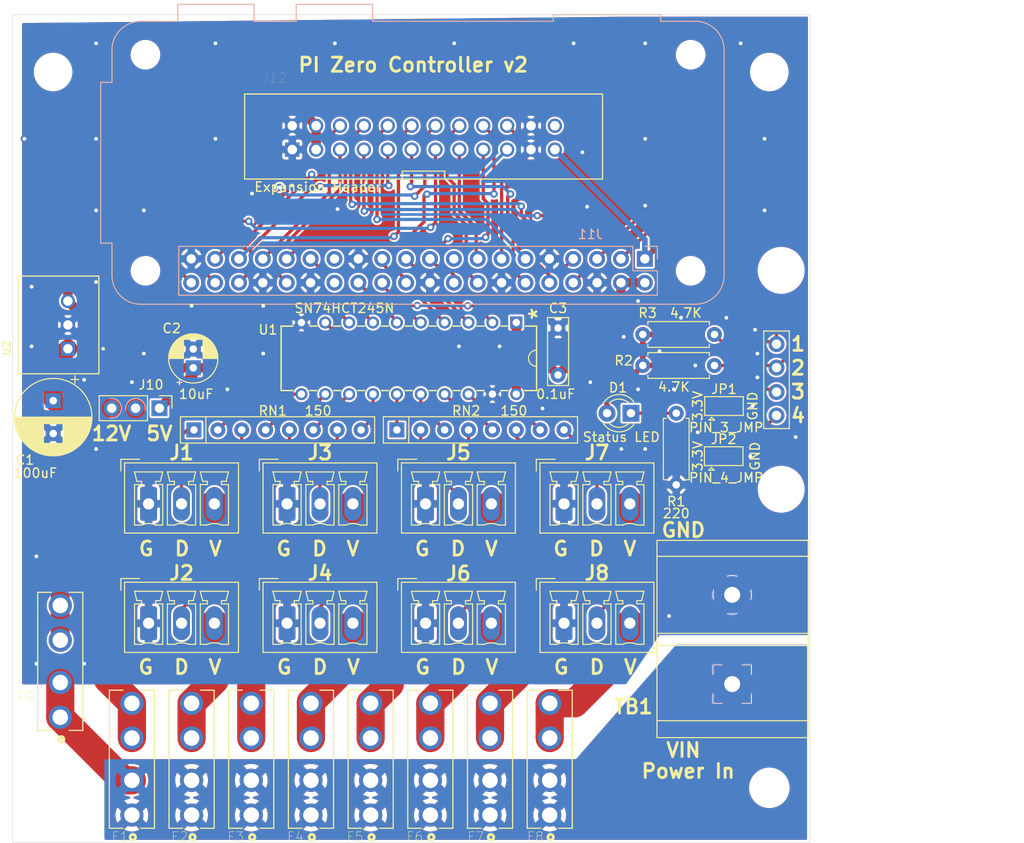
<source format=kicad_pcb>
(kicad_pcb (version 20211014) (generator pcbnew)
  (title_block (title "PI Zero Controller") (date "2022-02-10") (rev "v2") (company "Scott Hanson"))
  (layers (0 "F.Cu" signal) (31 "B.Cu" signal) (34 "B.Paste" user) (35 "F.Paste" user) (36 "B.SilkS" user "B.Silkscreen") (37 "F.SilkS" user "F.Silkscreen") (38 "B.Mask" user) (39 "F.Mask" user) (44 "Edge.Cuts" user))
  (net 0 "")
  (net 1 "GND")
  (net 2 "+VDC")
  (net 3 "+5V")
  (net 4 "+3.3VP")
  (net 5 "/Outputs/VOUT1")
  (net 6 "/Outputs/VOUT2")
  (net 7 "/Outputs/VOUT3")
  (net 8 "/Outputs/VOUT4")
  (net 9 "/Outputs/VOUT5")
  (net 10 "/VIN")
  (net 11 "Net-(RN1-Pad4)")
  (net 12 "Net-(RN1-Pad2)")
  (net 13 "Net-(RN2-Pad3)")
  (net 14 "Net-(RN2-Pad1)")
  (net 15 "Net-(RN1-Pad8)")
  (net 16 "Net-(RN1-Pad6)")
  (net 17 "Net-(RN2-Pad7)")
  (net 18 "Net-(RN2-Pad5)")
  (net 19 "Net-(D1-Pad1)")
  (net 20 "/Outputs/VOUT6")
  (net 21 "/Outputs/VOUT7")
  (net 22 "/Outputs/VOUT8")
  (net 23 "I2C_SDA")
  (net 24 "I2C_SCL")
  (net 25 "/12V")
  (net 26 "/Outputs/DOUT1")
  (net 27 "/Outputs/DOUT2")
  (net 28 "/Outputs/DOUT3")
  (net 29 "/Outputs/DOUT4")
  (net 30 "/Outputs/DOUT5")
  (net 31 "/Outputs/DOUT6")
  (net 32 "/Outputs/DOUT7")
  (net 33 "/PIN3")
  (net 34 "/PIN4")
  (net 35 "/Outputs/DOUT8")
  (net 36 "Data1")
  (net 37 "Data2")
  (net 38 "Data3")
  (net 39 "Data4")
  (net 40 "Data5")
  (net 41 "Data6")
  (net 42 "Data7")
  (net 43 "Data8")
  (net 47 "OUT11")
  (net 48 "OUT12")
  (net 49 "OUT14")
  (net 50 "OUT15")
  (net 51 "OUT24")
  (net 52 "OUT19")
  (net 53 "OUT20")
  (net 54 "OUT21")
  (net 55 "OUT22")
  (net 56 "OUT9")
  (net 57 "OUT10")
  (net 58 "OUT16")
  (net 59 "OUT13")
  (net 60 "OUT23")
  (net 61 "OUT17")
  (net 62 "OUT18")
  (footprint "Capacitor_THT:CP_Radial_D5.0mm_P2.00mm" (layer "F.Cu") (at 134.8 82.8 90)
    (fp_text reference "C2")
    (fp_text value "10uF")
  )
  (footprint "Connector_Phoenix_MC:PhoenixContact_MCV_1,5_3-G-3.5_1x03_P3.50mm_Vertical" (layer "F.Cu") (at 130.048 97.282)
    (fp_text reference "J1")
    (fp_text value "String1")
  )
  (footprint "Connector_Phoenix_MC:PhoenixContact_MCV_1,5_3-G-3.5_1x03_P3.50mm_Vertical" (layer "F.Cu") (at 159.512 97.282)
    (fp_text reference "J5")
    (fp_text value "String5")
  )
  (footprint "Connector_Phoenix_MC:PhoenixContact_MCV_1,5_3-G-3.5_1x03_P3.50mm_Vertical" (layer "F.Cu") (at 174.244 109.982)
    (fp_text reference "J8")
    (fp_text value "String8")
  )
  (footprint "OLED-SSD1306-128X64-I2C:OLED-SSD1306-128X64-I2C-THT" (layer "F.Cu") (at 196.85 84.074 90)
    (fp_text reference "J9" hide)
    (fp_text value "OLED")
  )
  (footprint "Keystone_Fuse:FUSE_3544-2" (layer "F.Cu") (at 128.27 124.46 90)
    (fp_text reference "F1")
    (fp_text value "3544-2")
  )
  (footprint "Keystone_Fuse:FUSE_3544-2" (layer "F.Cu") (at 140.97 124.46 90)
    (fp_text reference "F3")
    (fp_text value "3544-2")
  )
  (footprint "Keystone_Fuse:FUSE_3544-2" (layer "F.Cu") (at 147.32 124.46 90)
    (fp_text reference "F4")
    (fp_text value "3544-2")
  )
  (footprint "Keystone_Fuse:FUSE_3544-2" (layer "F.Cu") (at 153.67 124.46 90)
    (fp_text reference "F5")
    (fp_text value "3544-2")
  )
  (footprint "Keystone_Fuse:FUSE_3544-2" (layer "F.Cu") (at 172.72 124.46 90)
    (fp_text reference "F8")
    (fp_text value "3544-2")
  )
  (footprint "Connector_Phoenix_MC:PhoenixContact_MCV_1,5_3-G-3.5_1x03_P3.50mm_Vertical" (layer "F.Cu") (at 174.244 97.282)
    (fp_text reference "J7")
    (fp_text value "String7")
  )
  (footprint "Capacitor_THT:CP_Radial_D8.0mm_P3.50mm" (layer "F.Cu") (at 119.9 86.3 -90)
    (fp_text reference "C1")
    (fp_text value "100uF")
  )
  (footprint "Connector_Phoenix_MC:PhoenixContact_MCV_1,5_3-G-3.5_1x03_P3.50mm_Vertical" (layer "F.Cu") (at 159.512 109.982)
    (fp_text reference "J6")
    (fp_text value "String6")
  )
  (footprint "Keystone_Fuse:FUSE_3544-2" (layer "F.Cu") (at 120.65 114.046 90)
    (fp_text reference "F9")
    (fp_text value "3544-2")
  )
  (footprint "MountingHole:MountingHole_3.7mm" (layer "F.Cu") (at 196.088 127.508)
    (fp_text reference "H4")
    (fp_text value "MountingHole")
  )
  (footprint "MountingHole:MountingHole_3.7mm" (layer "F.Cu") (at 196.088 51.308)
    (fp_text reference "H2")
    (fp_text value "MountingHole")
  )
  (footprint "MountingHole:MountingHole_3.7mm" (layer "F.Cu") (at 119.888 127.508)
    (fp_text reference "H3")
    (fp_text value "MountingHole")
  )
  (footprint "MountingHole:MountingHole_3.7mm" (layer "F.Cu") (at 119.888 51.308)
    (fp_text reference "H1")
    (fp_text value "MountingHole")
  )
  (footprint "Resistor_THT:R_Array_SIP8" (layer "F.Cu") (at 156.464 89.408)
    (fp_text reference "RN2")
    (fp_text value "150")
  )
  (footprint "Resistor_THT:R_Axial_DIN0207_L6.3mm_D2.5mm_P7.62mm_Horizontal" (layer "F.Cu") (at 186.182 87.63 -90)
    (fp_text reference "R1")
    (fp_text value "220")
  )
  (footprint "Connector_Phoenix_MC:PhoenixContact_MCV_1,5_3-G-3.5_1x03_P3.50mm_Vertical" (layer "F.Cu") (at 144.78 109.982)
    (fp_text reference "J4")
    (fp_text value "String4")
  )
  (footprint "Resistor_THT:R_Axial_DIN0207_L6.3mm_D2.5mm_P7.62mm_Horizontal" (layer "F.Cu") (at 182.626 82.55)
    (fp_text reference "R2")
    (fp_text value "4.7K")
  )
  (footprint "Resistor_THT:R_Array_SIP8" (layer "F.Cu") (at 134.874 89.408)
    (fp_text reference "RN1")
    (fp_text value "150")
  )
  (footprint "SN74HCT245N:SN74HCT245N" (layer "F.Cu") (at 146.304 85.598 -90)
    (fp_text reference "U1")
    (fp_text value "SN74HCT245N")
  )
  (footprint "CONV_OKI-78SR-5:1.5-W36-C" (layer "F.Cu") (at 121.4625 78.232 90)
    (fp_text reference "U2")
    (fp_text value "LM7805")
  )
  (footprint "Connector_Phoenix_MC:PhoenixContact_MCV_1,5_3-G-3.5_1x03_P3.50mm_Vertical" (layer "F.Cu") (at 130.048 109.982)
    (fp_text reference "J2")
    (fp_text value "String2")
  )
  (footprint "LED_THT:LED_D3.0mm" (layer "F.Cu") (at 181.361 87.63 180)
    (fp_text reference "D1")
    (fp_text value "Status LED")
  )
  (footprint "Resistor_THT:R_Axial_DIN0207_L6.3mm_D2.5mm_P7.62mm_Horizontal" (layer "F.Cu") (at 182.626 79.248)
    (fp_text reference "R3")
    (fp_text value "4.7K")
  )
  (footprint "Keystone_Fuse:FUSE_3544-2" (layer "F.Cu") (at 134.62 124.46 90)
    (fp_text reference "F2")
    (fp_text value "3544-2")
  )
  (footprint "Keystone_Fuse:FUSE_3544-2" (layer "F.Cu") (at 166.37 124.46 90)
    (fp_text reference "F7")
    (fp_text value "3544-2")
  )
  (footprint "Keystone_Fuse:FUSE_3544-2" (layer "F.Cu") (at 160.02 124.46 90)
    (fp_text reference "F6")
    (fp_text value "3544-2")
  )
  (footprint "Jumper:SolderJumper-3_P1.3mm_Open_Pad1.0x1.5mm" (layer "F.Cu") (at 191.262 86.868)
    (fp_text reference "JP1")
    (fp_text value "PIN_3_JMP")
  )
  (footprint "Connector_Phoenix_MC:PhoenixContact_MCV_1,5_3-G-3.5_1x03_P3.50mm_Vertical" (layer "F.Cu") (at 144.78 97.282)
    (fp_text reference "J3")
    (fp_text value "String3")
  )
  (footprint "Capacitor_THT:C_Rect_L7.0mm_W2.0mm_P5.00mm" (layer "F.Cu") (at 173.609 83.566 90)
    (fp_text reference "C3")
    (fp_text value "0.1uF")
  )
  (footprint "Connector_PinHeader_2.54mm:PinHeader_1x03_P2.54mm_Vertical" (layer "F.Cu") (at 131.2 87.1 -90)
    (fp_text reference "J10")
    (fp_text value "Vin Select")
  )
  (footprint "Barrier_Blocks:BARRIER_BLOCK_1ROW_2POS_P9.5MM" (layer "F.Cu") (at 200.233 122.165 90)
    (fp_text reference "TB1")
    (fp_text value "Power In")
  )
  (footprint "302-S241:OST_302-S241" (layer "F.Cu") (at 159.3 58.3)
    (fp_text reference "J12")
    (fp_text value "Expansion Header")
  )
  (footprint "Jumper:SolderJumper-3_P1.3mm_Open_Pad1.0x1.5mm" (layer "F.Cu") (at 191.232 92.202)
    (fp_text reference "JP2")
    (fp_text value "PIN_4_JMP")
  )
  (footprint "Module:Raspberry_Pi_Zero_Socketed_THT_FaceDown_MountingHoles" (layer "B.Cu") (at 182.843 71.199 90)
    (fp_text reference "J11")
    (fp_text value "Raspberry_Pi_2_3")
  )
  (gr_line (start 115.57 133.35) (end 115.57 45.212) (layer "Edge.Cuts") (width 0.05))
  (gr_line (start 115.57 45.212) (end 200.406 45.212) (layer "Edge.Cuts") (width 0.05))
  (gr_line (start 200.406 45.212) (end 200.406 133.35) (layer "Edge.Cuts") (width 0.05))
  (gr_line (start 200.406 133.35) (end 115.57 133.35) (layer "Edge.Cuts") (width 0.05))
  (gr_text "D" (at 148.2852 114.6556) (layer "F.SilkS") (effects (font (size 1.5 1.5) (thickness 0.3))))
  (gr_text "V" (at 151.8412 114.6556) (layer "F.SilkS") (effects (font (size 1.5 1.5) (thickness 0.3))))
  (gr_text "G" (at 144.4752 114.6556) (layer "F.SilkS") (effects (font (size 1.5 1.5) (thickness 0.3))))
  (gr_text "D" (at 163.0172 114.6556) (layer "F.SilkS") (effects (font (size 1.5 1.5) (thickness 0.3))))
  (gr_text "G" (at 159.2072 114.6556) (layer "F.SilkS") (effects (font (size 1.5 1.5) (thickness 0.3))))
  (gr_text "V" (at 166.5732 114.6556) (layer "F.SilkS") (effects (font (size 1.5 1.5) (thickness 0.3))))
  (gr_text "D" (at 177.7492 114.6556) (layer "F.SilkS") (effects (font (size 1.5 1.5) (thickness 0.3))))
  (gr_text "G" (at 173.9392 114.6556) (layer "F.SilkS") (effects (font (size 1.5 1.5) (thickness 0.3))))
  (gr_text "V" (at 181.3052 114.6556) (layer "F.SilkS") (effects (font (size 1.5 1.5) (thickness 0.3))))
  (gr_text "G" (at 129.794 102.0572) (layer "F.SilkS") (effects (font (size 1.5 1.5) (thickness 0.3))))
  (gr_text "D" (at 133.604 102.0572) (layer "F.SilkS") (effects (font (size 1.5 1.5) (thickness 0.3))))
  (gr_text "V" (at 137.16 102.0572) (layer "F.SilkS") (effects (font (size 1.5 1.5) (thickness 0.3))))
  (gr_text "D" (at 148.2344 102.0572) (layer "F.SilkS") (effects (font (size 1.5 1.5) (thickness 0.3))))
  (gr_text "G" (at 159.1564 102.0572) (layer "F.SilkS") (effects (font (size 1.5 1.5) (thickness 0.3))))
  (gr_text "D" (at 162.9664 102.0572) (layer "F.SilkS") (effects (font (size 1.5 1.5) (thickness 0.3))))
  (gr_text "V" (at 151.7904 102.0572) (layer "F.SilkS") (effects (font (size 1.5 1.5) (thickness 0.3))))
  (gr_text "G" (at 173.8884 102.0572) (layer "F.SilkS") (effects (font (size 1.5 1.5) (thickness 0.3))))
  (gr_text "V" (at 181.2544 102.0572) (layer "F.SilkS") (effects (font (size 1.5 1.5) (thickness 0.3))))
  (gr_text "V" (at 166.5224 102.0572) (layer "F.SilkS") (effects (font (size 1.5 1.5) (thickness 0.3))))
  (gr_text "D" (at 177.6984 102.0572) (layer "F.SilkS") (effects (font (size 1.5 1.5) (thickness 0.3))))
  (gr_text "G" (at 144.4244 102.0572) (layer "F.SilkS") (effects (font (size 1.5 1.5) (thickness 0.3))))
  (gr_text "VIN" (at 186.944 123.5) (layer "F.SilkS") (effects (font (size 1.5 1.5) (thickness 0.3))))
  (gr_text "2" (at 199.136 82.804) (layer "F.SilkS") (effects (font (size 1.5 1.5) (thickness 0.3))))
  (gr_text "12V" (at 126.1 89.8) (layer "F.SilkS") (effects (font (size 1.5 1.5) (thickness 0.3))))
  (gr_text "D" (at 133.5532 114.6556) (layer "F.SilkS") (effects (font (size 1.5 1.5) (thickness 0.3))))
  (gr_text "V" (at 137.1092 114.6556) (layer "F.SilkS") (effects (font (size 1.5 1.5) (thickness 0.3))))
  (gr_text "5V" (at 131.2 89.8) (layer "F.SilkS") (effects (font (size 1.5 1.5) (thickness 0.3))))
  (gr_text "GND" (at 194.31 86.868 90) (layer "F.SilkS") (effects (font (size 1 1))))
  (gr_text "3.3V" (at 188.468 92.202 90) (layer "F.SilkS") (effects (font (size 1 1))))
  (gr_text "3.3V" (at 188.468 86.868 90) (layer "F.SilkS") (effects (font (size 1 1))))
  (gr_text "GND" (at 186.944 100.076) (layer "F.SilkS") (effects (font (size 1.5 1.5) (thickness 0.3))))
  (gr_text "4" (at 199.136 87.884) (layer "F.SilkS") (effects (font (size 1.5 1.5) (thickness 0.3))))
  (gr_text "1" (at 199.136 80.264) (layer "F.SilkS") (effects (font (size 1.5 1.5) (thickness 0.3))))
  (gr_text "G" (at 129.7432 114.6556) (layer "F.SilkS") (effects (font (size 1.5 1.5) (thickness 0.3))))
  (gr_text "GND" (at 194.564 92.202 90) (layer "F.SilkS") (effects (font (size 1 1))))
  (gr_text "${TITLE} ${REVISION}" (at 158.2 50.55) (layer "F.SilkS") (effects (font (size 1.5 1.5) (thickness 0.3))))
  (gr_text "3" (at 199.136 85.344) (layer "F.SilkS") (effects (font (size 1.5 1.5) (thickness 0.3))))
  (via (at 177.038 84.328) (size 0.8) (drill 0.4) (layers "F.Cu" "B.Cu") (net 1))
  (via (at 124.46 91.44) (size 0.8) (drill 0.4) (layers "F.Cu" "B.Cu") (net 1))
  (via (at 137.16 58.42) (size 0.8) (drill 0.4) (layers "F.Cu" "B.Cu") (net 1))
  (via (at 188.468 89.662) (size 0.8) (drill 0.4) (layers "F.Cu" "B.Cu") (net 1))
  (via (at 142.24 81.28) (size 0.8) (drill 0.4) (layers "F.Cu" "B.Cu") (net 1))
  (via (at 184.404 81.026) (size 0.8) (drill 0.4) (layers "F.Cu" "B.Cu") (net 1))
  (via (at 171.958 87.122) (size 0.8) (drill 0.4) (layers "F.Cu" "B.Cu") (net 1))
  (via (at 117.602 80.518) (size 0.8) (drill 0.4) (layers "F.Cu" "B.Cu") (net 1))
  (via (at 129.54 66.04) (size 0.8) (drill 0.4) (layers "F.Cu" "B.Cu") (net 1))
  (via (at 116.84 58.42) (size 0.8) (drill 0.4) (layers "F.Cu" "B.Cu") (net 1))
  (via (at 141.05 64.25) (size 0.8) (drill 0.4) (layers "F.Cu" "B.Cu") (net 1))
  (via (at 118.11 102.87) (size 0.8) (drill 0.4) (layers "F.Cu" "B.Cu") (net 1))
  (via (at 124.46 66.04) (size 0.8) (drill 0.4) (layers "F.Cu" "B.Cu") (net 1))
  (via (at 124.46 73.66) (size 0.8) (drill 0.4) (layers "F.Cu" "B.Cu") (net 1))
  (via (at 149.86 48.26) (size 0.8) (drill 0.4) (layers "F.Cu" "B.Cu") (net 1))
  (via (at 138.43 85.09) (size 0.8) (drill 0.4) (layers "F.Cu" "B.Cu") (net 1))
  (via (at 182.118 75.692) (size 0.8) (drill 0.4) (layers "F.Cu" "B.Cu") (net 1))
  (via (at 124.46 48.26) (size 0.8) (drill 0.4) (layers "F.Cu" "B.Cu") (net 1))
  (via (at 195.58 58.42) (size 0.8) (drill 0.4) (layers "F.Cu" "B.Cu") (net 1))
  (via (at 142.24 76.2) (size 0.8) (drill 0.4) (layers "F.Cu" "B.Cu") (net 1))
  (via (at 180.34 91.44) (size 0.8) (drill 0.4) (layers "F.Cu" "B.Cu") (net 1))
  (via (at 191.516 77.47) (size 0.8) (drill 0.4) (layers "F.Cu" "B.Cu") (net 1))
  (via (at 128.27 84.328) (size 0.8) (drill 0.4) (layers "F.Cu" "B.Cu") (net 1))
  (via (at 123.19 84.074) (size 0.8) (drill 0.4) (layers "F.Cu" "B.Cu") (net 1))
  (via (at 134.62 76.2) (size 0.8) (drill 0.4) (layers "F.Cu" "B.Cu") (net 1))
  (via (at 194.31 86.868) (size 0.8) (drill 0.4) (layers "F.Cu" "B.Cu") (net 1))
  (via (at 185.42 109.22) (size 0.8) (drill 0.4) (layers "F.Cu" "B.Cu") (net 1))
  (via (at 162.56 48.26) (size 0.8) (drill 0.4) (layers "F.Cu" "B.Cu") (net 1))
  (via (at 193.04 48.26) (size 0.8) (drill 0.4) (layers "F.Cu" "B.Cu") (net 1))
  (via (at 194.818 81.28) (size 0.8) (drill 0.4) (layers "F.Cu" "B.Cu") (net 1))
  (via (at 137.16 48.26) (size 0.8) (drill 0.4) (layers "F.Cu" "B.Cu") (net 1))
  (via (at 186.69 77.47) (size 0.8) (drill 0.4) (layers "F.Cu" "B.Cu") (net 1))
  (via (at 163.068 80.518) (size 0.8) (drill 0.4) (layers "F.Cu" "B.Cu") (net 1))
  (via (at 188.214 82.55) (size 0.8) (drill 0.4) (layers "F.Cu" "B.Cu") (net 1))
  (via (at 194.056 92.202) (size 0.8) (drill 0.4) (layers "F.Cu" "B.Cu") (net 1))
  (via (at 194.564 78.74) (size 0.8) (drill 0.4) (layers "F.Cu" "B.Cu") (net 1))
  (via (at 182.88 91.44) (size 0.8) (drill 0.4) (layers "F.Cu" "B.Cu") (net 1))
  (via (at 185.928 85.09) (size 0.8) (drill 0.4) (layers "F.Cu" "B.Cu") (net 1))
  (via (at 150.15 65.9) (size 0.8) (drill 0.4) (layers "F.Cu" "B.Cu") (net 1))
  (via (at 123.19 114.3) (size 0.8) (drill 0.4) (layers "F.Cu" "B.Cu") (net 1))
  (via (at 182.88 48.26) (size 0.8) (drill 0.4) (layers "F.Cu" "B.Cu") (net 1))
  (via (at 124.46 58.42) (size 0.8) (drill 0.4) (layers "F.Cu" "B.Cu") (net 1))
  (via (at 118.11 114.3) (size 0.8) (drill 0.4) (layers "F.Cu" "B.Cu") (net 1))
  (via (at 182.118 85.09) (size 0.8) (drill 0.4) (layers "F.Cu" "B.Cu") (net 1))
  (via (at 182.88 58.42) (size 0.8) (drill 0.4) (layers "F.Cu" "B.Cu") (net 1))
  (via (at 176.7 65.65) (size 0.8) (drill 0.4) (layers "F.Cu" "B.Cu") (net 1))
  (via (at 194.818 83.82) (size 0.8) (drill 0.4) (layers "F.Cu" "B.Cu") (net 1))
  (via (at 129.54 81.28) (size 0.8) (drill 0.4) (layers "F.Cu" "B.Cu") (net 1))
  (via (at 198.882 90.17) (size 0.8) (drill 0.4) (layers "F.Cu" "B.Cu") (net 1))
  (via (at 117.602 74.168) (size 0.8) (drill 0.4) (layers "F.Cu" "B.Cu") (net 1))
  (via (at 167.386 80.518) (size 0.8) (drill 0.4) (layers "F.Cu" "B.Cu") (net 1))
  (via (at 176.2 59.85) (size 0.8) (drill 0.4) (layers "F.Cu" "B.Cu") (net 1))
  (via (at 195.58 66.04) (size 0.8) (drill 0.4) (layers "F.Cu" "B.Cu") (net 1))
  (via (at 182.88 65.532) (size 0.8) (drill 0.4) (layers "F.Cu" "B.Cu") (net 1))
  (via (at 175.26 48.26) (size 0.8) (drill 0.4) (layers "F.Cu" "B.Cu") (net 1))
  (via (at 180.594 79.502) (size 0.8) (drill 0.4) (layers "F.Cu" "B.Cu") (net 1))
  (segment (start 127.364 126.71) (end 128.27 126.71) (width 3) (layer "F.Cu") (net 2))
  (segment (start 120.65 119.996) (end 120.65 116.296) (width 3) (layer "F.Cu") (net 2))
  (segment (start 120.65 119.996) (end 127.364 126.71) (width 3) (layer "F.Cu") (net 2))
  (segment (start 173.609 83.566) (end 172.847 82.804) (width 1) (layer "F.Cu") (net 3))
  (segment (start 121.4625 71.3375) (end 121.4625 75.692) (width 1) (layer "F.Cu") (net 3))
  (segment (start 134.8 82.8) (end 134.8 83.5) (width 1) (layer "F.Cu") (net 3))
  (segment (start 180.303 73.739) (end 182.843 73.739) (width 1) (layer "F.Cu") (net 3))
  (segment (start 128.5705 82.8) (end 134.8 82.8) (width 1) (layer "F.Cu") (net 3))
  (segment (start 169.164 83.617033) (end 169.164 82.804) (width 1) (layer "F.Cu") (net 3))
  (segment (start 169.164 82.804) (end 172.847 82.804) (width 1) (layer "F.Cu") (net 3))
  (segment (start 169.164 79.6257) (end 169.164 83.617033) (width 1) (layer "F.Cu") (net 3))
  (segment (start 169.164 77.978) (end 169.164 79.6257) (width 1) (layer "F.Cu") (net 3))
  (segment (start 172.847 82.804) (end 134.804 82.804) (width 1) (layer "F.Cu") (net 3))
  (segment (start 137.9 54.9) (end 121.4625 71.3375) (width 1) (layer "F.Cu") (net 3))
  (segment (start 180.303 76.872) (end 180.303 73.739) (width 1) (layer "F.Cu") (net 3))
  (segment (start 134.8 83.5) (end 131.2 87.1) (width 1) (layer "F.Cu") (net 3))
  (segment (start 121.4625 75.692) (end 128.5705 82.8) (width 1) (layer "F.Cu") (net 3))
  (segment (start 147.87 59.57) (end 147.87 57.03) (width 1) (layer "F.Cu") (net 3))
  (segment (start 145.74 54.9) (end 137.9 54.9) (width 1) (layer "F.Cu") (net 3))
  (segment (start 169.164 83.617033) (end 169.164 85.598) (width 1) (layer "F.Cu") (net 3))
  (segment (start 173.609 83.566) (end 180.303 76.872) (width 1) (layer "F.Cu") (net 3))
  (segment (start 147.87 57.03) (end 145.74 54.9) (width 1) (layer "F.Cu") (net 3))
  (segment (start 192.786 73.914) (end 187.452 79.248) (width 0.6) (layer "F.Cu") (net 4))
  (segment (start 189.962 86.868) (end 189.962 92.172) (width 0.6) (layer "F.Cu") (net 4))
  (segment (start 187.452 79.248) (end 182.626 79.248) (width 0.6) (layer "F.Cu") (net 4))
  (segment (start 189.962 92.172) (end 189.932 92.202) (width 0.6) (layer "F.Cu") (net 4))
  (segment (start 182.626 82.55) (end 178.821 86.355) (width 0.6) (layer "F.Cu") (net 4))
  (segment (start 182.843 71.199) (end 185.716 68.326) (width 0.6) (layer "F.Cu") (net 4))
  (segment (start 185.716 68.326) (end 190.531042 68.326) (width 0.6) (layer "F.Cu") (net 4))
  (segment (start 178.821 86.355) (end 178.821 87.63) (width 0.6) (layer "F.Cu") (net 4))
  (segment (start 182.626 79.248) (end 182.626 82.55) (width 0.6) (layer "F.Cu") (net 4))
  (segment (start 192.786 70.580958) (end 192.786 73.914) (width 0.6) (layer "F.Cu") (net 4))
  (segment (start 190.531042 68.326) (end 192.786 70.580958) (width 0.6) (layer "F.Cu") (net 4))
  (segment (start 185.644 82.55) (end 189.962 86.868) (width 0.6) (layer "F.Cu") (net 4))
  (segment (start 182.626 82.55) (end 185.644 82.55) (width 0.6) (layer "F.Cu") (net 4))
  (segment (start 182.843 69.143) (end 173.27 59.57) (width 0.6) (layer "B.Cu") (net 4))
  (segment (start 182.843 71.199) (end 182.843 69.143) (width 0.6) (layer "B.Cu") (net 4))
  (segment (start 128.524 103.378) (end 134.62 103.378) (width 3) (layer "F.Cu") (net 5))
  (segment (start 134.62 103.378) (end 137.048 100.95) (width 3) (layer "F.Cu") (net 5))
  (segment (start 128.27 118.51) (end 125.73 115.97) (width 3) (layer "F.Cu") (net 5))
  (segment (start 125.73 115.97) (end 125.73 106.172) (width 3) (layer "F.Cu") (net 5))
  (segment (start 125.73 106.172) (end 128.524 103.378) (width 3) (layer "F.Cu") (net 5))
  (segment (start 137.048 100.95) (end 137.048 97.282) (width 3) (layer "F.Cu") (net 5))
  (segment (start 128.27 118.51) (end 128.27 122.21) (width 3) (layer "F.Cu") (net 5))
  (segment (start 134.62 118.51) (end 137.048 116.082) (width 3) (layer "F.Cu") (net 6))
  (segment (start 134.62 122.21) (end 134.62 118.51) (width 3) (layer "F.Cu") (net 6))
  (segment (start 137.048 116.082) (end 137.048 109.982) (width 3) (layer "F.Cu") (net 6))
  (segment (start 143.002 103.378) (end 149.098 103.378) (width 3) (layer "F.Cu") (net 7))
  (segment (start 140.97 122.21) (end 140.97 118.51) (width 3) (layer "F.Cu") (net 7))
  (segment (start 151.78 100.696) (end 151.78 97.282) (width 3) (layer "F.Cu") (net 7))
  (segment (start 140.97 118.51) (end 140.97 105.41) (width 3) (layer "F.Cu") (net 7))
  (segment (start 149.098 103.378) (end 151.78 100.696) (width 3) (layer "F.Cu") (net 7))
  (segment (start 140.97 105.41) (end 143.002 103.378) (width 3) (layer "F.Cu") (net 7))
  (segment (start 147.32 118.364) (end 151.836 113.848) (width 3) (layer "F.Cu") (net 8))
  (segment (start 151.836 113.848) (end 151.836 109.982) (width 3) (layer "F.Cu") (net 8))
  (segment (start 147.32 122.21) (end 147.32 118.51) (width 3) (layer "F.Cu") (net 8))
  (segment (start 147.32 118.51) (end 147.32 118.364) (width 3) (layer "F.Cu") (net 8))
  (segment (start 155.702 105.664) (end 157.988 103.378) (width 3) (layer "F.Cu") (net 9))
  (segment (start 166.512 101.458) (end 166.512 97.282) (width 3) (layer "F.Cu") (net 9))
  (segment (start 164.592 103.378) (end 166.512 101.458) (width 3) (layer "F.Cu") (net 9))
  (segment (start 153.67 118.51) (end 155.702 116.478) (width 3) (layer "F.Cu") (net 9))
  (segment (start 157.988 103.378) (end 164.592 103.378) (width 3) (layer "F.Cu") (net 9))
  (segment (start 153.67 122.21) (end 153.67 118.51) (width 3) (layer "F.Cu") (net 9))
  (segment (start 155.702 116.478) (end 155.702 105.664) (width 3) (layer "F.Cu") (net 9))
  (segment (start 120.65 108.096) (end 120.65 99.695) (width 2) (layer "F.Cu") (net 10))
  (segment (start 128.66 91.685) (end 128.66 87.1) (width 2) (layer "F.Cu") (net 10))
  (segment (start 120.65 111.796) (end 120.65 108.096) (width 2) (layer "F.Cu") (net 10))
  (segment (start 120.65 99.695) (end 128.66 91.685) (width 2) (layer "F.Cu") (net 10))
  (segment (start 144.526 87.376) (end 142.494 89.408) (width 0.35) (layer "F.Cu") (net 11))
  (segment (start 147.066 87.376) (end 144.526 87.376) (width 0.35) (layer "F.Cu") (net 11))
  (segment (start 148.844 85.598) (end 147.066 87.376) (width 0.35) (layer "F.Cu") (net 11))
  (segment (start 141.224 85.598) (end 137.414 89.408) (width 0.35) (layer "F.Cu") (net 12))
  (segment (start 146.304 85.598) (end 141.224 85.598) (width 0.35) (layer "F.Cu") (net 12))
  (segment (start 159.004 85.598) (end 159.004 86.868) (width 0.35) (layer "F.Cu") (net 13))
  (segment (start 159.004 86.868) (end 161.544 89.408) (width 0.35) (layer "F.Cu") (net 13))
  (segment (start 156.464 88.258) (end 156.464 85.598) (width 0.35) (layer "F.Cu") (net 14))
  (segment (start 156.464 89.408) (end 156.464 88.258) (width 0.35) (layer "F.Cu") (net 14))
  (segment (start 153.924 88.138) (end 153.924 85.598) (width 0.35) (layer "F.Cu") (net 15))
  (segment (start 152.654 89.408) (end 153.924 88.138) (width 0.35) (layer "F.Cu") (net 15))
  (segment (start 151.384 85.598) (end 147.574 89.408) (width 0.35) (layer "F.Cu") (net 16))
  (segment (start 165.862 87.376) (end 164.084 85.598) (width 0.35) (layer "F.Cu") (net 17))
  (segment (start 169.672 87.376) (end 165.862 87.376) (width 0.35) (layer "F.Cu") (net 17))
  (segment (start 171.704 89.408) (end 169.672 87.376) (width 0.35) (layer "F.Cu") (net 17))
  (segment (start 164.846 87.63) (end 166.624 89.408) (width 0.35) (layer "F.Cu") (net 18))
  (segment (start 161.544 85.598) (end 163.576 87.63) (width 0.35) (layer "F.Cu") (net 18))
  (segment (start 163.576 87.63) (end 164.846 87.63) (width 0.35) (layer "F.Cu") (net 18))
  (segment (start 181.361 87.63) (end 186.182 87.63) (width 0.35) (layer "F.Cu") (net 19))
  (segment (start 166.512 112.018) (end 166.512 109.982) (width 3) (layer "F.Cu") (net 20))
  (segment (start 160.02 122.21) (end 160.02 118.51) (width 3) (layer "F.Cu") (net 20))
  (segment (start 160.02 118.51) (end 166.512 112.018) (width 3) (layer "F.Cu") (net 20))
  (segment (start 181.244 101.2294) (end 181.244 97.282) (width 3) (layer "F.Cu") (net 21))
  (segment (start 179.2986 103.1748) (end 181.244 101.2294) (width 3) (layer "F.Cu") (net 21))
  (segment (start 170.434 105.572101) (end 172.831301 103.1748) (width 3) (layer "F.Cu") (net 21))
  (segment (start 166.37 118.474) (end 170.434 114.41) (width 3) (layer "F.Cu") (net 21))
  (segment (start 170.434 114.41) (end 170.434 105.572101) (width 3) (layer "F.Cu") (net 21))
  (segment (start 166.37 122.174) (end 166.37 118.474) (width 3) (layer "F.Cu") (net 21))
  (segment (start 172.831301 103.1748) (end 179.2986 103.1748) (width 3) (layer "F.Cu") (net 21))
  (segment (start 175.368 118.51) (end 181.244 112.634) (width 3) (layer "F.Cu") (net 22))
  (segment (start 172.72 118.51) (end 175.368 118.51) (width 3) (layer "F.Cu") (net 22))
  (segment (start 172.72 122.21) (end 172.72 118.51) (width 3) (layer "F.Cu") (net 22))
  (segment (start 181.244 112.634) (end 181.244 109.982) (width 3) (layer "F.Cu") (net 22))
  (segment (start 196.85 80.274) (end 196.85 78.994) (width 0.35) (layer "F.Cu") (net 23))
  (segment (start 190.780382 67.60552) (end 183.89648 67.60552) (width 0.35) (layer "F.Cu") (net 23))
  (segment (start 196.85 78.994) (end 193.76048 75.90448) (width 0.35) (layer "F.Cu") (net 23))
  (segment (start 196.586 80.01) (end 196.85 80.274) (width 0.35) (layer "F.Cu") (net 23))
  (segment (start 193.76048 70.585618) (end 190.780382 67.60552) (width 0.35) (layer "F.Cu") (net 23))
  (segment (start 190.246 79.248) (end 191.008 80.01) (width 0.35) (layer "F.Cu") (net 23))
  (segment (start 193.76048 75.90448) (end 193.76048 70.585618) (width 0.35) (layer "F.Cu") (net 23))
  (segment (start 191.008 80.01) (end 196.586 80.01) (width 0.35) (layer "F.Cu") (net 23))
  (segment (start 183.89648 67.60552) (end 180.303 71.199) (width 0.35) (layer "F.Cu") (net 23))
  (segment (start 194.31 74.422) (end 198.374 78.486) (width 0.35) (layer "F.Cu") (net 24))
  (segment (start 181.906 67.056) (end 191.008 67.056) (width 0.35) (layer "F.Cu") (net 24))
  (segment (start 197.074 82.55) (end 190.246 82.55) (width 0.35) (layer "F.Cu") (net 24))
  (segment (start 191.008 67.056) (end 194.31 70.358) (width 0.35) (layer "F.Cu") (net 24))
  (segment (start 177.763 71.199) (end 181.906 67.056) (width 0.35) (layer "F.Cu") (net 24))
  (segment (start 198.374 81.25) (end 197.074 82.55) (width 0.35) (layer "F.Cu") (net 24))
  (segment (start 194.31 70.358) (end 194.31 74.422) (width 0.35) (layer "F.Cu") (net 24))
  (segment (start 198.374 78.486) (end 198.374 81.25) (width 0.35) (layer "F.Cu") (net 24))
  (segment (start 126.12 87.1) (end 120.7 87.1) (width 2) (layer "F.Cu") (net 25))
  (segment (start 120.7 87.1) (end 119.9 86.3) (width 2) (layer "F.Cu") (net 25))
  (segment (start 119.9 82.3345) (end 121.4625 80.772) (width 2) (layer "F.Cu") (net 25))
  (segment (start 119.9 86.3) (end 119.9 82.3345) (width 2) (layer "F.Cu") (net 25))
  (segment (start 133.548 97.282) (end 133.548 90.0228) (width 0.35) (layer "F.Cu") (net 26))
  (segment (start 134.1628 89.408) (end 134.874 89.408) (width 0.35) (layer "F.Cu") (net 26))
  (segment (start 133.548 90.0228) (end 134.1628 89.408) (width 0.35) (layer "F.Cu") (net 26))
  (segment (start 133.548 109.982) (end 133.548 108.514) (width 0.35) (layer "F.Cu") (net 27))
  (segment (start 133.548 108.514) (end 140.97 101.092) (width 0.35) (layer "F.Cu") (net 27))
  (segment (start 140.97 93.98) (end 139.954 92.964) (width 0.35) (layer "F.Cu") (net 27))
  (segment (start 139.954 92.964) (end 139.954 89.408) (width 0.35) (layer "F.Cu") (net 27))
  (segment (start 140.97 101.092) (end 140.97 93.98) (width 0.35) (layer "F.Cu") (net 27))
  (segment (start 148.28 97.282) (end 148.28 95.132) (width 0.35) (layer "F.Cu") (net 28))
  (segment (start 148.28 95.132) (end 145.034 91.886) (width 0.35) (layer "F.Cu") (net 28))
  (segment (start 145.034 91.886) (end 145.034 89.408) (width 0.35) (layer "F.Cu") (net 28))
  (segment (start 152.908 92.71) (end 151.13 92.71) (width 0.35) (layer "F.Cu") (net 29))
  (segment (start 148.336 109.982) (end 148.336 108.204) (width 0.35) (layer "F.Cu") (net 29))
  (segment (start 148.336 108.204) (end 155.448 101.092) (width 0.35) (layer "F.Cu") (net 29))
  (segment (start 151.13 92.71) (end 150.114 91.694) (width 0.35) (layer "F.Cu") (net 29))
  (segment (start 155.448 101.092) (end 155.448 95.25) (width 0.35) (layer "F.Cu") (net 29))
  (segment (start 150.114 91.694) (end 150.114 89.408) (width 0.35) (layer "F.Cu") (net 29))
  (segment (start 155.448 95.25) (end 152.908 92.71) (width 0.35) (layer "F.Cu") (net 29))
  (segment (start 163.012 96.382) (end 159.004 92.374) (width 0.35) (layer "F.Cu") (net 30))
  (segment (start 159.004 92.374) (end 159.004 89.408) (width 0.35) (layer "F.Cu") (net 30))
  (segment (start 163.012 97.282) (end 163.012 96.382) (width 0.35) (layer "F.Cu") (net 30))
  (segment (start 170.18 95.25) (end 167.64 92.71) (width 0.35) (layer "F.Cu") (net 31))
  (segment (start 170.18 101.914) (end 170.18 95.25) (width 0.35) (layer "F.Cu") (net 31))
  (segment (start 163.012 109.082) (end 170.18 101.914) (width 0.35) (layer "F.Cu") (net 31))
  (segment (start 167.64 92.71) (end 164.846 92.71) (width 0.35) (layer "F.Cu") (net 31))
  (segment (start 164.084 91.948) (end 164.084 89.408) (width 0.35) (layer "F.Cu") (net 31))
  (segment (start 164.846 92.71) (end 164.084 91.948) (width 0.35) (layer "F.Cu") (net 31))
  (segment (start 163.012 109.982) (end 163.012 109.082) (width 0.35) (layer "F.Cu") (net 31))
  (segment (start 171.958 92.964) (end 169.164 90.17) (width 0.35) (layer "F.Cu") (net 32))
  (segment (start 177.744 97.282) (end 177.744 95.132) (width 0.35) (layer "F.Cu") (net 32))
  (segment (start 175.576 92.964) (end 171.958 92.964) (width 0.35) (layer "F.Cu") (net 32))
  (segment (start 169.164 90.17) (end 169.164 89.408) (width 0.35) (layer "F.Cu") (net 32))
  (segment (start 177.744 95.132) (end 175.576 92.964) (width 0.35) (layer "F.Cu") (net 32))
  (segment (start 196.566 85.09) (end 191.94 85.09) (width 0.35) (layer "F.Cu") (net 33))
  (segment (start 191.262 85.768) (end 191.262 86.868) (width 0.35) (layer "F.Cu") (net 33))
  (segment (start 196.85 85.374) (end 196.566 85.09) (width 0.35) (layer "F.Cu") (net 33))
  (segment (start 191.94 85.09) (end 191.262 85.768) (width 0.35) (layer "F.Cu") (net 33))
  (segment (start 195.326 89.408) (end 192.532 89.408) (width 0.35) (layer "F.Cu") (net 34))
  (segment (start 196.85 87.884) (end 195.326 89.408) (width 0.35) (layer "F.Cu") (net 34))
  (segment (start 192.532 89.408) (end 191.232 90.708) (width 0.35) (layer "F.Cu") (net 34))
  (segment (start 196.85 87.874) (end 196.85 87.884) (width 0.35) (layer "F.Cu") (net 34))
  (segment (start 191.232 90.708) (end 191.232 92.202) (width 0.35) (layer "F.Cu") (net 34))
  (segment (start 182.118 92.964) (end 184.15 94.996) (width 0.35) (layer "F.Cu") (net 35))
  (segment (start 184.15 94.996) (end 184.15 102.676) (width 0.35) (layer "F.Cu") (net 35))
  (segment (start 184.15 102.676) (end 177.744 109.082) (width 0.35) (layer "F.Cu") (net 35))
  (segment (start 174.244 89.408) (end 177.8 92.964) (width 0.35) (layer "F.Cu") (net 35))
  (segment (start 177.744 109.082) (end 177.744 109.982) (width 0.35) (layer "F.Cu") (net 35))
  (segment (start 177.8 92.964) (end 182.118 92.964) (width 0.35) (layer "F.Cu") (net 35))
  (segment (start 173.907511 74.992489) (end 172.4 76.5) (width 0.35) (layer "F.Cu") (net 36))
  (segment (start 175.223 71.199) (end 175.201 71.199) (width 0.35) (layer "F.Cu") (net 36))
  (segment (start 173.907511 72.492489) (end 173.907511 74.992489) (width 0.35) (layer "F.Cu") (net 36))
  (segment (start 167.9 77.048789) (end 167.9 78.5) (width 0.35) (layer "F.Cu") (net 36))
  (segment (start 168.448789 76.5) (end 167.9 77.048789) (width 0.35) (layer "F.Cu") (net 36))
  (segment (start 167.9 78.5) (end 167.2 79.2) (width 0.35) (layer "F.Cu") (net 36))
  (segment (start 150.066 79.2) (end 148.844 77.978) (width 0.35) (layer "F.Cu") (net 36))
  (segment (start 175.201 71.199) (end 173.907511 72.492489) (width 0.35) (layer "F.Cu") (net 36))
  (segment (start 167.2 79.2) (end 150.066 79.2) (width 0.35) (layer "F.Cu") (net 36))
  (segment (start 172.4 76.5) (end 168.448789 76.5) (width 0.35) (layer "F.Cu") (net 36))
  (segment (start 147.283 71.199) (end 148.507511 72.423511) (width 0.35) (layer "F.Cu") (net 37))
  (segment (start 148.507511 75.101511) (end 151.384 77.978) (width 0.35) (layer "F.Cu") (net 37))
  (segment (start 148.507511 72.423511) (end 148.507511 75.101511) (width 0.35) (layer "F.Cu") (net 37))
  (segment (start 145.967511 69.974489) (end 144.743 71.199) (width 0.35) (layer "F.Cu") (net 38))
  (segment (start 153.924 77.978) (end 151.047511 75.101511) (width 0.35) (layer "F.Cu") (net 38))
  (segment (start 150.474489 69.974489) (end 145.967511 69.974489) (width 0.35) (layer "F.Cu") (net 38))
  (segment (start 151.047511 70.547511) (end 150.474489 69.974489) (width 0.35) (layer "F.Cu") (net 38))
  (segment (start 151.047511 75.101511) (end 151.047511 70.547511) (width 0.35) (layer "F.Cu") (net 38))
  (segment (start 156.464 77.84) (end 156.464 77.978) (width 0.35) (layer "F.Cu") (net 39))
  (segment (start 152.363 73.739) (end 156.464 77.84) (width 0.35) (layer "F.Cu") (net 39))
  (segment (start 154.903 74.003) (end 158.878 77.978) (width 0.35) (layer "F.Cu") (net 40))
  (segment (start 154.903 73.739) (end 154.903 74.003) (width 0.35) (layer "F.Cu") (net 40))
  (segment (start 158.878 77.978) (end 159.004 77.978) (width 0.35) (layer "F.Cu") (net 40))
  (segment (start 158.758489 72.514489) (end 158.758489 75.192489) (width 0.35) (layer "F.Cu") (net 41))
  (segment (start 158.758489 75.192489) (end 161.544 77.978) (width 0.35) (layer "F.Cu") (net 41))
  (segment (start 157.443 71.199) (end 158.758489 72.514489) (width 0.35) (layer "F.Cu") (net 41))
  (segment (start 161.298489 72.514489) (end 161.298489 75.192489) (width 0.35) (layer "F.Cu") (net 42))
  (segment (start 161.298489 75.192489) (end 164.084 77.978) (width 0.35) (layer "F.Cu") (net 42))
  (segment (start 159.983 71.199) (end 161.298489 72.514489) (width 0.35) (layer "F.Cu") (net 42))
  (segment (start 154.903 71.199) (end 154.903 71.680138) (width 0.35) (layer "F.Cu") (net 43))
  (segment (start 164.846 76.2) (end 166.624 77.978) (width 0.35) (layer "F.Cu") (net 43))
  (segment (start 156.2 72.977138) (end 156.2 74.5) (width 0.35) (layer "F.Cu") (net 43))
  (segment (start 157.864655 76.164655) (end 158.635345 76.164655) (width 0.35) (layer "F.Cu") (net 43))
  (segment (start 154.903 71.680138) (end 156.2 72.977138) (width 0.35) (layer "F.Cu") (net 43))
  (segment (start 156.2 74.5) (end 157.864655 76.164655) (width 0.35) (layer "F.Cu") (net 43))
  (segment (start 164 76.2) (end 164.846 76.2) (width 0.35) (layer "F.Cu") (net 43))
  (via (at 164 76.2) (size 0.8) (drill 0.4) (layers "F.Cu" "B.Cu") (net 43))
  (via (at 158.635345 76.164655) (size 0.8) (drill 0.4) (layers "F.Cu" "B.Cu") (net 43))
  (segment (start 163.964655 76.164655) (end 158.635345 76.164655) (width 0.35) (layer "B.Cu") (net 43))
  (segment (start 164 76.2) (end 163.964655 76.164655) (width 0.35) (layer "B.Cu") (net 43))
  (segment (start 153 66.1) (end 152.95 66.05) (width 0.35) (layer "F.Cu") (net 47))
  (segment (start 172.355721 66.6) (end 176.538489 70.782768) (width 0.35) (layer "F.Cu") (net 47))
  (segment (start 176.538489 70.782768) (end 176.538489 72.423511) (width 0.35) (layer "F.Cu") (net 47))
  (segment (start 152.95 66.05) (end 152.95 59.57) (width 0.35) (layer "F.Cu") (net 47))
  (segment (start 171.4 66.6) (end 172.355721 66.6) (width 0.35) (layer "F.Cu") (net 47))
  (segment (start 176.538489 72.423511) (end 175.223 73.739) (width 0.35) (layer "F.Cu") (net 47))
  (via (at 171.4 66.6) (size 0.8) (drill 0.4) (layers "F.Cu" "B.Cu") (net 47))
  (via (at 153 66.1) (size 0.8) (drill 0.4) (layers "F.Cu" "B.Cu") (net 47))
  (segment (start 153.15 65.95) (end 168.954675 65.95) (width 0.35) (layer "B.Cu") (net 47))
  (segment (start 169.604675 66.6) (end 171.4 66.6) (width 0.35) (layer "B.Cu") (net 47))
  (segment (start 153 66.1) (end 153.15 65.95) (width 0.35) (layer "B.Cu") (net 47))
  (segment (start 168.954675 65.95) (end 169.604675 66.6) (width 0.35) (layer "B.Cu") (net 47))
  (segment (start 171.4 71.647721) (end 172.683 72.930721) (width 0.35) (layer "F.Cu") (net 48))
  (segment (start 169.7 66.6) (end 171.4 68.3) (width 0.35) (layer "F.Cu") (net 48))
  (segment (start 151.7 65.4) (end 151.549511 65.249511) (width 0.35) (layer "F.Cu") (net 48))
  (segment (start 151.549511 65.249511) (end 151.549511 58.430489) (width 0.35) (layer "F.Cu") (net 48))
  (segment (start 171.4 68.3) (end 171.4 71.647721) (width 0.35) (layer "F.Cu") (net 48))
  (segment (start 172.683 72.930721) (end 172.683 73.739) (width 0.35) (layer "F.Cu") (net 48))
  (segment (start 169.7 65.6) (end 169.7 66.6) (width 0.35) (layer "F.Cu") (net 48))
  (segment (start 151.549511 58.430489) (end 152.95 57.03) (width 0.35) (layer "F.Cu") (net 48))
  (via (at 151.7 65.4) (size 0.8) (drill 0.4) (layers "F.Cu" "B.Cu") (net 48))
  (via (at 169.7 65.6) (size 0.8) (drill 0.4) (layers "F.Cu" "B.Cu") (net 48))
  (segment (start 151.774511 65.325489) (end 151.7 65.4) (width 0.35) (layer "B.Cu") (net 48))
  (segment (start 169.7 65.6) (end 169.425489 65.325489) (width 0.35) (layer "B.Cu") (net 48))
  (segment (start 169.425489 65.325489) (end 151.774511 65.325489) (width 0.35) (layer "B.Cu") (net 48))
  (segment (start 154.350489 67.000489) (end 154.350489 58.169511) (width 0.35) (layer "F.Cu") (net 49))
  (segment (start 154.350489 58.169511) (end 155.49 57.03) (width 0.35) (layer "F.Cu") (net 49))
  (via (at 154.350489 67.000489) (size 0.8) (drill 0.4) (layers "F.Cu" "B.Cu") (net 49))
  (segment (start 170.143 71.199) (end 170.143 71.143) (width 0.35) (layer "B.Cu") (net 49))
  (segment (start 170.143 71.143) (end 166.000489 67.000489) (width 0.35) (layer "B.Cu") (net 49))
  (segment (start 166.000489 67.000489) (end 154.350489 67.000489) (width 0.35) (layer "B.Cu") (net 49))
  (segment (start 168.25 64.6) (end 168.25 68.15) (width 0.35) (layer "F.Cu") (net 50))
  (segment (start 168.827511 72.423511) (end 170.143 73.739) (width 0.35) (layer "F.Cu") (net 50))
  (segment (start 168.25 68.15) (end 168.827511 68.727511) (width 0.35) (layer "F.Cu") (net 50))
  (segment (start 157.9 63.5) (end 158.03 63.37) (width 0.35) (layer "F.Cu") (net 50))
  (segment (start 168.827511 68.727511) (end 168.827511 72.423511) (width 0.35) (layer "F.Cu") (net 50))
  (segment (start 158.03 63.37) (end 158.03 59.57) (width 0.35) (layer "F.Cu") (net 50))
  (segment (start 168.918489 72.514489) (end 170.143 73.739) (width 0.35) (layer "F.Cu") (net 50))
  (segment (start 168.55 64.3) (end 168.25 64.6) (width 0.35) (layer "F.Cu") (net 50))
  (via (at 168.55 64.3) (size 0.8) (drill 0.4) (layers "F.Cu" "B.Cu") (net 50))
  (via (at 157.9 63.5) (size 0.8) (drill 0.4) (layers "F.Cu" "B.Cu") (net 50))
  (segment (start 168.55 64.3) (end 167.75 63.5) (width 0.35) (layer "B.Cu") (net 50))
  (segment (start 167.75 63.5) (end 157.9 63.5) (width 0.35) (layer "B.Cu") (net 50))
  (segment (start 169.45 58.29) (end 168.19 57.03) (width 0.35) (layer "F.Cu") (net 51))
  (segment (start 167.603 71.199) (end 167.603 62.097) (width 0.35) (layer "F.Cu") (net 51))
  (segment (start 167.603 62.097) (end 169.45 60.25) (width 0.35) (layer "F.Cu") (net 51))
  (segment (start 169.45 60.25) (end 169.45 58.29) (width 0.35) (layer "F.Cu") (net 51))
  (segment (start 163.1 59.58) (end 163.1 66.1) (width 0.35) (layer "F.Cu") (net 52))
  (segment (start 164.9 71.036) (end 165.063 71.199) (width 0.35) (layer "F.Cu") (net 52))
  (segment (start 163.1 66.1) (end 164.9 67.9) (width 0.35) (layer "F.Cu") (net 52))
  (segment (start 163.11 59.57) (end 163.1 59.58) (width 0.35) (layer "F.Cu") (net 52))
  (segment (start 164.9 67.9) (end 164.9 71.036) (width 0.35) (layer "F.Cu") (net 52))
  (segment (start 161.8 58.34) (end 161.8 62.5) (width 0.35) (layer "F.Cu") (net 53))
  (segment (start 163.838489 67.615627) (end 163.838489 72.514489) (width 0.35) (layer "F.Cu") (net 53))
  (segment (start 163.11 57.03) (end 161.8 58.34) (width 0.35) (layer "F.Cu") (net 53))
  (segment (start 163.838489 72.514489) (end 165.063 73.739) (width 0.35) (layer "F.Cu") (net 53))
  (segment (start 161.8 62.5) (end 162.55048 63.25048) (width 0.35) (layer "F.Cu") (net 53))
  (segment (start 162.550481 66.327619) (end 163.838489 67.615627) (width 0.35) (layer "F.Cu") (net 53))
  (segment (start 162.55048 63.25048) (end 162.550481 66.327619) (width 0.35) (layer "F.Cu") (net 53))
  (segment (start 161.298489 69.651511) (end 161.298489 71.70621) (width 0.35) (layer "F.Cu") (net 54))
  (segment (start 161.9 69.05) (end 161.298489 69.651511) (width 0.35) (layer "F.Cu") (net 54))
  (segment (start 165.65 64.8) (end 165.65 59.57) (width 0.35) (layer "F.Cu") (net 54))
  (segment (start 161.298489 71.70621) (end 162.523 72.930721) (width 0.35) (layer "F.Cu") (net 54))
  (segment (start 162.523 72.930721) (end 162.523 73.739) (width 0.35) (layer "F.Cu") (net 54))
  (segment (start 165.9 68.9) (end 166.15 68.65) (width 0.35) (layer "F.Cu") (net 54))
  (segment (start 166.15 68.65) (end 166.15 65.3) (width 0.35) (layer "F.Cu") (net 54))
  (segment (start 166.15 65.3) (end 165.65 64.8) (width 0.35) (layer "F.Cu") (net 54))
  (via (at 165.9 68.9) (size 0.8) (drill 0.4) (layers "F.Cu" "B.Cu") (net 54))
  (via (at 161.9 69.05) (size 0.8) (drill 0.4) (layers "F.Cu" "B.Cu") (net 54))
  (segment (start 161.9 69.05) (end 165.75 69.05) (width 0.35) (layer "B.Cu") (net 54))
  (segment (start 165.75 69.05) (end 165.9 68.9) (width 0.35) (layer "B.Cu") (net 54))
  (segment (start 157.443 73.443) (end 157.443 73.739) (width 0.35) (layer "F.Cu") (net 55))
  (segment (start 156.218489 72.218489) (end 157.443 73.443) (width 0.35) (layer "F.Cu") (net 55))
  (segment (start 159.35 64.45) (end 159.489595 64.310405) (width 0.35) (layer "F.Cu") (net 55))
  (segment (start 159.35 67.25) (end 156.218489 70.381511) (width 0.35) (layer "F.Cu") (net 55))
  (segment (start 159.35 64.45) (end 159.35 67.25) (width 0.35) (layer "F.Cu") (net 55))
  (segment (start 156.218489 70.381511) (end 156.218489 72.218489) (width 0.35) (layer "F.Cu") (net 55))
  (segment (start 166.789511 58.169511) (end 165.65 57.03) (width 0.35) (layer "F.Cu") (net 55))
  (segment (start 166.789511 64.289511) (end 166.789511 58.169511) (width 0.35) (layer "F.Cu") (net 55))
  (segment (start 159.489595 64.310405) (end 159.660405 64.310405) (width 0.35) (layer "F.Cu") (net 55))
  (via (at 166.789511 64.289511) (size 0.8) (drill 0.4) (layers "F.Cu" "B.Cu") (net 55))
  (via (at 159.660405 64.310405) (size 0.8) (drill 0.4) (layers "F.Cu" "B.Cu") (net 55))
  (segment (start 159.660405 64.310405) (end 159.72081 64.25) (width 0.35) (layer "B.Cu") (net 55))
  (segment (start 159.72081 64.25) (end 166.75 64.25) (width 0.35) (layer "B.Cu") (net 55))
  (segment (start 166.75 64.25) (end 166.789511 64.289511) (width 0.35) (layer "B.Cu") (net 55))
  (segment (start 143.5 72.496) (end 144.743 73.739) (width 0.35) (layer "F.Cu") (net 56))
  (segment (start 143.5 70.7) (end 143.5 72.496) (width 0.35) (layer "F.Cu") (net 56))
  (segment (start 150.41 59.57) (end 150.41 63.79) (width 0.35) (layer "F.Cu") (net 56))
  (segment (start 150.41 63.79) (end 143.5 70.7) (width 0.35) (layer "F.Cu") (net 56))
  (segment (start 149.270489 58.169511) (end 150.41 57.03) (width 0.35) (layer "F.Cu") (net 57))
  (segment (start 149.270489 64.131511) (end 149.270489 58.169511) (width 0.35) (layer "F.Cu") (net 57))
  (segment (start 142.203 71.199) (end 149.270489 64.131511) (width 0.35) (layer "F.Cu") (net 57))
  (segment (start 156.629511 68.320489) (end 156.629511 58.430489) (width 0.35) (layer "F.Cu") (net 58))
  (segment (start 156.629511 58.430489) (end 158.03 57.03) (width 0.35) (layer "F.Cu") (net 58))
  (segment (start 156.15 68.8) (end 156.629511 68.320489) (width 0.35) (layer "F.Cu") (net 58))
  (via (at 156.15 68.8) (size 0.8) (drill 0.4) (layers "F.Cu" "B.Cu") (net 58))
  (segment (start 156.15 68.8) (end 155.95 68.8) (width 0.35) (layer "B.Cu") (net 58))
  (segment (start 155.8 68.95) (end 141.912 68.95) (width 0.35) (layer "B.Cu") (net 58))
  (segment (start 141.912 68.95) (end 139.663 71.199) (width 0.35) (layer "B.Cu") (net 58))
  (segment (start 155.95 68.8) (end 155.8 68.95) (width 0.35) (layer "B.Cu") (net 58))
  (segment (start 147.5 63.5) (end 140.9 70.1) (width 0.35) (layer "F.Cu") (net 59))
  (segment (start 155.49 63.29) (end 155.49 59.57) (width 0.35) (layer "F.Cu") (net 59))
  (segment (start 148.3 63.5) (end 147.5 63.5) (width 0.35) (layer "F.Cu") (net 59))
  (segment (start 155.6 63.4) (end 155.49 63.29) (width 0.35) (layer "F.Cu") (net 59))
  (segment (start 140.9 72.502) (end 139.663 73.739) (width 0.35) (layer "F.Cu") (net 59))
  (segment (start 140.9 70.1) (end 140.9 72.502) (width 0.35) (layer "F.Cu") (net 59))
  (via (at 155.6 63.4) (size 0.8) (drill 0.4) (layers "F.Cu" "B.Cu") (net 59))
  (via (at 148.3 63.5) (size 0.8) (drill 0.4) (layers "F.Cu" "B.Cu") (net 59))
  (segment (start 148.4 63.4) (end 148.3 63.5) (width 0.35) (layer "B.Cu") (net 59))
  (segment (start 155.6 63.4) (end 148.4 63.4) (width 0.35) (layer "B.Cu") (net 59))
  (segment (start 147.4 62.2) (end 141.204675 68.395325) (width 0.35) (layer "F.Cu") (net 60))
  (segment (start 137.123 71.177) (end 137.123 71.199) (width 0.35) (layer "F.Cu") (net 60))
  (segment (start 139.904675 68.395325) (end 137.123 71.177) (width 0.35) (layer "F.Cu") (net 60))
  (segment (start 141.204675 68.395325) (end 139.904675 68.395325) (width 0.35) (layer "F.Cu") (net 60))
  (via (at 147.4 62.2) (size 0.8) (drill 0.4) (layers "F.Cu" "B.Cu") (net 60))
  (segment (start 147.8 62.6) (end 165.16 62.6) (width 0.35) (layer "B.Cu") (net 60))
  (segment (start 147.4 62.2) (end 147.8 62.6) (width 0.35) (layer "B.Cu") (net 60))
  (segment (start 165.16 62.6) (end 168.19 59.57) (width 0.35) (layer "B.Cu") (net 60))
  (segment (start 135.898489 70.401511) (end 135.898489 72.514489) (width 0.35) (layer "F.Cu") (net 61))
  (segment (start 135.898489 72.514489) (end 137.123 73.739) (width 0.35) (layer "F.Cu") (net 61))
  (segment (start 160.05 67.85) (end 160.57 67.33) (width 0.35) (layer "F.Cu") (net 61))
  (segment (start 160.57 67.33) (end 160.57 59.57) (width 0.35) (layer "F.Cu") (net 61))
  (segment (start 140.7 67.2) (end 139.1 67.2) (width 0.35) (layer "F.Cu") (net 61))
  (segment (start 139.1 67.2) (end 135.898489 70.401511) (width 0.35) (layer "F.Cu") (net 61))
  (via (at 160.05 67.85) (size 0.8) (drill 0.4) (layers "F.Cu" "B.Cu") (net 61))
  (via (at 140.7 67.2) (size 0.8) (drill 0.4) (layers "F.Cu" "B.Cu") (net 61))
  (segment (start 160.05 67.85) (end 159.95 67.95) (width 0.35) (layer "B.Cu") (net 61))
  (segment (start 159.95 67.95) (end 141.45 67.95) (width 0.35) (layer "B.Cu") (net 61))
  (segment (start 141.45 67.95) (end 140.7 67.2) (width 0.35) (layer "B.Cu") (net 61))
  (segment (start 159.430489 58.169511) (end 160.57 57.03) (width 0.35) (layer "F.Cu") (net 62))
  (segment (start 133.358489 72.514489) (end 134.583 73.739) (width 0.35) (layer "F.Cu") (net 62))
  (segment (start 141.5 66.1) (end 137.4 66.1) (width 0.35) (layer "F.Cu") (net 62))
  (segment (start 159.430489 63.445011) (end 159.430489 58.169511) (width 0.35) (layer "F.Cu") (net 62))
  (segment (start 137.4 66.1) (end 133.358489 70.141511) (width 0.35) (layer "F.Cu") (net 62))
  (segment (start 158.35 64.5255) (end 159.430489 63.445011) (width 0.35) (layer "F.Cu") (net 62))
  (segment (start 133.358489 70.141511) (end 133.358489 72.514489) (width 0.35) (layer "F.Cu") (net 62))
  (segment (start 144 63.6) (end 141.5 66.1) (width 0.35) (layer "F.Cu") (net 62))
  (via (at 144 63.6) (size 0.8) (drill 0.4) (layers "F.Cu" "B.Cu") (net 62))
  (via (at 158.35 64.5255) (size 0.8) (drill 0.4) (layers "F.Cu" "B.Cu") (net 62))
  (segment (start 144.8 64.4) (end 144 63.6) (width 0.35) (layer "B.Cu") (net 62))
  (segment (start 158.35 64.5255) (end 158.2245 64.4) (width 0.35) (layer "B.Cu") (net 62))
  (segment (start 158.2245 64.4) (end 144.8 64.4) (width 0.35) (layer "B.Cu") (net 62))
  (zone (net 2) (net_name "+VDC") (layer "F.Cu") (connect_pads (clearance 0.308)) (min_thickness 0.254) (fill yes (thermal_gap 0.508) (thermal_bridge_width 1))
    (polygon (pts (xy 175.514 124.46) (xy 186.182 112.268) (xy 200.406 112.268) (xy 200.406 133.35) (xy 125.349 133.35) (xy 125.349 124.46)))
  )
  (zone (net 1) (net_name "GND") (layer "F.Cu") (connect_pads (clearance 0.208)) (min_thickness 0.254) (fill yes (thermal_gap 0.308) (thermal_bridge_width 0.808))
    (polygon (pts (xy 184.404 111.252) (xy 200.406 111.252) (xy 200.406 45.212) (xy 116.586 46.101) (xy 116.586 116.49075) (xy 180.848 116.4844)))
  )
  (zone (net 1) (net_name "GND") (layer "B.Cu") (connect_pads (clearance 0.208)) (min_thickness 0.254) (fill yes (thermal_gap 0.308) (thermal_bridge_width 0.808))
    (polygon (pts (xy 184.404 111.252) (xy 200.406 111.252) (xy 200.406 45.212) (xy 116.586 46.101) (xy 116.586 116.49075) (xy 180.848 116.4844)))
  )
  (zone (net 2) (net_name "+VDC") (layer "B.Cu") (connect_pads (clearance 0.308)) (min_thickness 0.254) (fill yes (thermal_gap 0.508) (thermal_bridge_width 1))
    (polygon (pts (xy 200.406 133.35) (xy 200.406 112.268) (xy 186.182 112.268) (xy 175.514 124.46) (xy 125.349 124.46) (xy 125.349 133.35)))
  )
)
</source>
